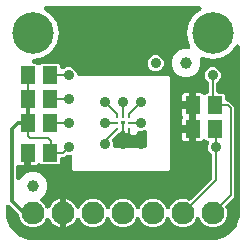
<source format=gbr>
G04 EAGLE Gerber RS-274X export*
G75*
%MOMM*%
%FSLAX34Y34*%
%LPD*%
%INTop Copper*%
%IPPOS*%
%AMOC8*
5,1,8,0,0,1.08239X$1,22.5*%
G01*
%ADD10C,0.250000*%
%ADD11R,1.300000X1.500000*%
%ADD12C,1.930400*%
%ADD13C,3.516000*%
%ADD14C,1.000000*%
%ADD15C,0.304800*%
%ADD16C,0.203200*%
%ADD17C,0.906400*%

G36*
X152466Y-45713D02*
X152466Y-45713D01*
X152559Y-45713D01*
X155818Y-45457D01*
X155890Y-45444D01*
X155963Y-45440D01*
X156128Y-45401D01*
X156214Y-45385D01*
X156245Y-45373D01*
X156286Y-45363D01*
X162483Y-43350D01*
X162623Y-43288D01*
X162766Y-43234D01*
X162813Y-43205D01*
X162852Y-43188D01*
X162922Y-43139D01*
X163050Y-43061D01*
X168322Y-39231D01*
X168436Y-39129D01*
X168555Y-39033D01*
X168591Y-38991D01*
X168622Y-38963D01*
X168674Y-38894D01*
X168771Y-38782D01*
X172601Y-33510D01*
X172678Y-33378D01*
X172762Y-33250D01*
X172783Y-33199D01*
X172804Y-33162D01*
X172832Y-33081D01*
X172890Y-32943D01*
X174903Y-26746D01*
X174919Y-26674D01*
X174944Y-26605D01*
X174971Y-26438D01*
X174989Y-26353D01*
X174990Y-26319D01*
X174997Y-26278D01*
X175253Y-23019D01*
X175252Y-22953D01*
X175259Y-22860D01*
X175259Y117947D01*
X175259Y117954D01*
X175259Y117960D01*
X175238Y118156D01*
X175219Y118348D01*
X175217Y118354D01*
X175217Y118361D01*
X175158Y118546D01*
X175101Y118733D01*
X175098Y118739D01*
X175096Y118745D01*
X175003Y118915D01*
X174909Y119087D01*
X174905Y119092D01*
X174902Y119098D01*
X174776Y119247D01*
X174652Y119396D01*
X174647Y119400D01*
X174642Y119405D01*
X174489Y119527D01*
X174338Y119648D01*
X174332Y119651D01*
X174327Y119656D01*
X174153Y119744D01*
X173981Y119834D01*
X173974Y119836D01*
X173968Y119839D01*
X173782Y119891D01*
X173594Y119945D01*
X173587Y119946D01*
X173581Y119948D01*
X173388Y119962D01*
X173192Y119978D01*
X173186Y119977D01*
X173179Y119978D01*
X172986Y119954D01*
X172793Y119931D01*
X172786Y119929D01*
X172780Y119928D01*
X172595Y119867D01*
X172410Y119806D01*
X172404Y119803D01*
X172398Y119801D01*
X172229Y119704D01*
X172059Y119608D01*
X172054Y119604D01*
X172048Y119601D01*
X171903Y119473D01*
X171755Y119345D01*
X171750Y119340D01*
X171745Y119336D01*
X171539Y119076D01*
X168064Y113876D01*
X160878Y109073D01*
X152400Y107387D01*
X143942Y109069D01*
X143931Y109070D01*
X143920Y109074D01*
X143731Y109090D01*
X143542Y109108D01*
X143530Y109107D01*
X143519Y109108D01*
X143331Y109087D01*
X143141Y109068D01*
X143130Y109064D01*
X143119Y109063D01*
X142939Y109005D01*
X142756Y108949D01*
X142746Y108943D01*
X142736Y108940D01*
X142570Y108847D01*
X142403Y108756D01*
X142394Y108749D01*
X142384Y108743D01*
X142240Y108620D01*
X142094Y108498D01*
X142087Y108489D01*
X142078Y108481D01*
X141961Y108332D01*
X141843Y108183D01*
X141837Y108173D01*
X141830Y108164D01*
X141745Y107995D01*
X141658Y107826D01*
X141655Y107815D01*
X141650Y107805D01*
X141599Y107621D01*
X141547Y107439D01*
X141546Y107427D01*
X141543Y107416D01*
X141530Y107225D01*
X141515Y107037D01*
X141517Y107026D01*
X141516Y107015D01*
X141541Y106826D01*
X141563Y106637D01*
X141567Y106627D01*
X141568Y106615D01*
X141573Y106601D01*
X141573Y101747D01*
X139741Y97324D01*
X136356Y93939D01*
X131933Y92107D01*
X127147Y92107D01*
X122724Y93939D01*
X119339Y97324D01*
X117507Y101747D01*
X117507Y106533D01*
X119339Y110956D01*
X122724Y114341D01*
X127147Y116173D01*
X131400Y116173D01*
X131411Y116174D01*
X131423Y116173D01*
X131612Y116194D01*
X131801Y116213D01*
X131812Y116216D01*
X131823Y116217D01*
X132004Y116275D01*
X132186Y116331D01*
X132196Y116336D01*
X132206Y116339D01*
X132373Y116432D01*
X132540Y116523D01*
X132548Y116530D01*
X132558Y116535D01*
X132704Y116659D01*
X132849Y116780D01*
X132856Y116789D01*
X132865Y116796D01*
X132983Y116946D01*
X133102Y117094D01*
X133107Y117104D01*
X133114Y117113D01*
X133200Y117284D01*
X133287Y117451D01*
X133290Y117462D01*
X133295Y117472D01*
X133346Y117656D01*
X133398Y117838D01*
X133399Y117849D01*
X133402Y117860D01*
X133416Y118050D01*
X133431Y118240D01*
X133430Y118251D01*
X133431Y118262D01*
X133406Y118452D01*
X133384Y118639D01*
X133381Y118650D01*
X133380Y118661D01*
X133319Y118839D01*
X133260Y119022D01*
X133254Y119032D01*
X133250Y119042D01*
X133089Y119333D01*
X131933Y121062D01*
X130247Y129540D01*
X131933Y138018D01*
X136736Y145204D01*
X141936Y148679D01*
X141941Y148683D01*
X141947Y148687D01*
X142094Y148809D01*
X142247Y148935D01*
X142251Y148940D01*
X142256Y148944D01*
X142376Y149094D01*
X142501Y149247D01*
X142504Y149253D01*
X142508Y149258D01*
X142597Y149429D01*
X142689Y149603D01*
X142691Y149610D01*
X142694Y149615D01*
X142747Y149801D01*
X142803Y149989D01*
X142803Y149996D01*
X142805Y150002D01*
X142821Y150196D01*
X142838Y150390D01*
X142838Y150397D01*
X142838Y150404D01*
X142815Y150597D01*
X142794Y150790D01*
X142792Y150797D01*
X142791Y150803D01*
X142730Y150990D01*
X142672Y151174D01*
X142668Y151180D01*
X142666Y151186D01*
X142570Y151358D01*
X142476Y151526D01*
X142472Y151531D01*
X142468Y151537D01*
X142341Y151685D01*
X142215Y151832D01*
X142210Y151836D01*
X142205Y151842D01*
X142052Y151960D01*
X141898Y152081D01*
X141892Y152084D01*
X141887Y152088D01*
X141713Y152175D01*
X141539Y152263D01*
X141533Y152265D01*
X141527Y152268D01*
X141337Y152319D01*
X141151Y152370D01*
X141144Y152370D01*
X141138Y152372D01*
X140807Y152399D01*
X11593Y152399D01*
X11586Y152399D01*
X11580Y152399D01*
X11384Y152378D01*
X11192Y152359D01*
X11186Y152357D01*
X11179Y152357D01*
X10994Y152298D01*
X10807Y152241D01*
X10801Y152238D01*
X10795Y152236D01*
X10625Y152143D01*
X10453Y152049D01*
X10448Y152045D01*
X10442Y152042D01*
X10293Y151916D01*
X10144Y151792D01*
X10140Y151787D01*
X10135Y151782D01*
X10013Y151629D01*
X9892Y151478D01*
X9889Y151472D01*
X9884Y151467D01*
X9796Y151293D01*
X9706Y151121D01*
X9704Y151114D01*
X9701Y151108D01*
X9649Y150922D01*
X9595Y150734D01*
X9594Y150727D01*
X9592Y150721D01*
X9578Y150528D01*
X9562Y150332D01*
X9563Y150326D01*
X9562Y150319D01*
X9586Y150126D01*
X9609Y149933D01*
X9611Y149926D01*
X9612Y149920D01*
X9673Y149735D01*
X9734Y149550D01*
X9737Y149544D01*
X9739Y149538D01*
X9836Y149369D01*
X9932Y149199D01*
X9936Y149194D01*
X9939Y149188D01*
X10067Y149043D01*
X10195Y148895D01*
X10200Y148890D01*
X10204Y148885D01*
X10464Y148679D01*
X15664Y145204D01*
X20467Y138018D01*
X22153Y129540D01*
X20467Y121062D01*
X15664Y113876D01*
X8478Y109073D01*
X750Y107536D01*
X748Y107536D01*
X745Y107535D01*
X558Y107478D01*
X365Y107419D01*
X363Y107418D01*
X360Y107417D01*
X188Y107324D01*
X10Y107228D01*
X8Y107227D01*
X6Y107225D01*
X-148Y107097D01*
X-300Y106971D01*
X-301Y106969D01*
X-303Y106968D01*
X-430Y106810D01*
X-553Y106658D01*
X-554Y106656D01*
X-555Y106654D01*
X-645Y106481D01*
X-739Y106301D01*
X-740Y106298D01*
X-741Y106297D01*
X-795Y106110D01*
X-851Y105914D01*
X-851Y105912D01*
X-852Y105910D01*
X-869Y105707D01*
X-885Y105513D01*
X-885Y105511D01*
X-885Y105508D01*
X-861Y105306D01*
X-839Y105113D01*
X-838Y105111D01*
X-838Y105109D01*
X-775Y104917D01*
X-715Y104730D01*
X-714Y104728D01*
X-713Y104726D01*
X-615Y104552D01*
X-518Y104379D01*
X-516Y104377D01*
X-515Y104375D01*
X-384Y104223D01*
X-255Y104074D01*
X-254Y104072D01*
X-252Y104070D01*
X-95Y103949D01*
X62Y103826D01*
X64Y103825D01*
X66Y103824D01*
X244Y103735D01*
X422Y103646D01*
X424Y103645D01*
X427Y103644D01*
X627Y103590D01*
X811Y103541D01*
X813Y103540D01*
X815Y103540D01*
X1146Y103513D01*
X2922Y103513D01*
X3644Y102791D01*
X3658Y102780D01*
X3669Y102766D01*
X3813Y102652D01*
X3955Y102536D01*
X3971Y102528D01*
X3985Y102517D01*
X4149Y102433D01*
X4311Y102347D01*
X4328Y102342D01*
X4344Y102334D01*
X4521Y102285D01*
X4697Y102233D01*
X4715Y102231D01*
X4732Y102226D01*
X4915Y102213D01*
X5098Y102196D01*
X5116Y102198D01*
X5133Y102197D01*
X5315Y102220D01*
X5498Y102240D01*
X5515Y102245D01*
X5533Y102247D01*
X5707Y102306D01*
X5882Y102361D01*
X5898Y102370D01*
X5914Y102375D01*
X6073Y102467D01*
X6234Y102556D01*
X6248Y102567D01*
X6263Y102576D01*
X6516Y102791D01*
X7238Y103513D01*
X21922Y103513D01*
X23113Y102322D01*
X23113Y100801D01*
X23114Y100792D01*
X23113Y100783D01*
X23134Y100592D01*
X23153Y100400D01*
X23155Y100391D01*
X23156Y100382D01*
X23214Y100199D01*
X23271Y100015D01*
X23275Y100007D01*
X23278Y99999D01*
X23371Y99830D01*
X23463Y99661D01*
X23468Y99654D01*
X23473Y99646D01*
X23598Y99499D01*
X23720Y99352D01*
X23727Y99346D01*
X23733Y99339D01*
X23884Y99220D01*
X24034Y99099D01*
X24042Y99095D01*
X24049Y99090D01*
X24222Y99002D01*
X24391Y98914D01*
X24400Y98911D01*
X24408Y98907D01*
X24594Y98855D01*
X24778Y98802D01*
X24787Y98802D01*
X24796Y98799D01*
X24988Y98785D01*
X25180Y98770D01*
X25188Y98771D01*
X25197Y98770D01*
X25389Y98794D01*
X25579Y98816D01*
X25588Y98819D01*
X25597Y98820D01*
X25778Y98881D01*
X25962Y98941D01*
X25970Y98946D01*
X25978Y98949D01*
X26144Y99044D01*
X26313Y99139D01*
X26320Y99145D01*
X26327Y99150D01*
X26580Y99364D01*
X26761Y99545D01*
X29174Y100545D01*
X31786Y100545D01*
X34199Y99545D01*
X36045Y97699D01*
X37073Y95217D01*
X37085Y95103D01*
X37090Y95086D01*
X37092Y95069D01*
X37149Y94894D01*
X37203Y94718D01*
X37211Y94703D01*
X37217Y94686D01*
X37307Y94526D01*
X37395Y94364D01*
X37406Y94351D01*
X37415Y94335D01*
X37535Y94196D01*
X37652Y94055D01*
X37666Y94044D01*
X37678Y94030D01*
X37823Y93918D01*
X37966Y93803D01*
X37982Y93795D01*
X37996Y93784D01*
X38161Y93702D01*
X38323Y93617D01*
X38340Y93612D01*
X38356Y93604D01*
X38535Y93557D01*
X38710Y93506D01*
X38728Y93504D01*
X38745Y93500D01*
X39076Y93473D01*
X115142Y93473D01*
X116333Y92282D01*
X116333Y14398D01*
X115142Y13207D01*
X34718Y13207D01*
X33527Y14398D01*
X33527Y24424D01*
X33525Y24442D01*
X33527Y24460D01*
X33506Y24642D01*
X33487Y24825D01*
X33482Y24842D01*
X33480Y24859D01*
X33423Y25034D01*
X33369Y25210D01*
X33361Y25225D01*
X33355Y25242D01*
X33265Y25402D01*
X33177Y25564D01*
X33166Y25577D01*
X33157Y25593D01*
X33037Y25732D01*
X32920Y25873D01*
X32906Y25884D01*
X32894Y25898D01*
X32749Y26010D01*
X32606Y26125D01*
X32590Y26133D01*
X32576Y26144D01*
X32411Y26226D01*
X32249Y26311D01*
X32232Y26316D01*
X32216Y26324D01*
X32037Y26371D01*
X31862Y26422D01*
X31844Y26424D01*
X31827Y26428D01*
X31496Y26455D01*
X29068Y26455D01*
X29042Y26453D01*
X29015Y26455D01*
X28841Y26433D01*
X28668Y26415D01*
X28642Y26408D01*
X28615Y26404D01*
X28450Y26349D01*
X28283Y26297D01*
X28259Y26284D01*
X28234Y26276D01*
X28082Y26189D01*
X27929Y26105D01*
X27908Y26088D01*
X27885Y26075D01*
X27632Y25860D01*
X26663Y24891D01*
X25144Y24891D01*
X25126Y24889D01*
X25108Y24891D01*
X24926Y24870D01*
X24743Y24851D01*
X24726Y24846D01*
X24709Y24844D01*
X24534Y24787D01*
X24358Y24733D01*
X24343Y24725D01*
X24326Y24719D01*
X24166Y24629D01*
X24004Y24541D01*
X23991Y24530D01*
X23975Y24521D01*
X23836Y24401D01*
X23695Y24284D01*
X23684Y24270D01*
X23670Y24258D01*
X23558Y24113D01*
X23443Y23970D01*
X23435Y23954D01*
X23424Y23940D01*
X23342Y23775D01*
X23257Y23613D01*
X23252Y23596D01*
X23244Y23580D01*
X23197Y23401D01*
X23146Y23226D01*
X23144Y23208D01*
X23140Y23191D01*
X23113Y22860D01*
X23113Y19598D01*
X21922Y18407D01*
X7238Y18407D01*
X6876Y18770D01*
X6862Y18781D01*
X6850Y18795D01*
X6706Y18908D01*
X6564Y19025D01*
X6548Y19033D01*
X6534Y19044D01*
X6371Y19127D01*
X6208Y19213D01*
X6191Y19219D01*
X6175Y19227D01*
X5998Y19276D01*
X5822Y19328D01*
X5805Y19330D01*
X5787Y19335D01*
X5604Y19348D01*
X5421Y19365D01*
X5404Y19363D01*
X5386Y19364D01*
X5204Y19341D01*
X5021Y19321D01*
X5004Y19316D01*
X4986Y19314D01*
X4812Y19255D01*
X4637Y19200D01*
X4622Y19191D01*
X4605Y19185D01*
X4446Y19094D01*
X4285Y19005D01*
X4271Y18993D01*
X4256Y18984D01*
X4003Y18770D01*
X3640Y18407D01*
X3061Y18072D01*
X2415Y17899D01*
X-1171Y17899D01*
X-1171Y26722D01*
X-1172Y26740D01*
X-1171Y26757D01*
X-1192Y26940D01*
X-1211Y27122D01*
X-1216Y27139D01*
X-1218Y27157D01*
X-1275Y27332D01*
X-1329Y27507D01*
X-1337Y27523D01*
X-1343Y27540D01*
X-1433Y27700D01*
X-1520Y27861D01*
X-1532Y27875D01*
X-1541Y27891D01*
X-1661Y28030D01*
X-1778Y28171D01*
X-1792Y28182D01*
X-1804Y28195D01*
X-1949Y28308D01*
X-2092Y28423D01*
X-2108Y28431D01*
X-2122Y28442D01*
X-2287Y28524D01*
X-2449Y28608D01*
X-2466Y28613D01*
X-2482Y28621D01*
X-2661Y28669D01*
X-2836Y28720D01*
X-2854Y28721D01*
X-2871Y28726D01*
X-3202Y28753D01*
X-5638Y28753D01*
X-5656Y28751D01*
X-5674Y28753D01*
X-5856Y28731D01*
X-6039Y28713D01*
X-6056Y28708D01*
X-6073Y28706D01*
X-6248Y28649D01*
X-6424Y28595D01*
X-6439Y28587D01*
X-6456Y28581D01*
X-6616Y28491D01*
X-6778Y28403D01*
X-6791Y28392D01*
X-6807Y28383D01*
X-6946Y28263D01*
X-7087Y28145D01*
X-7098Y28132D01*
X-7112Y28120D01*
X-7224Y27975D01*
X-7339Y27832D01*
X-7347Y27816D01*
X-7358Y27802D01*
X-7440Y27637D01*
X-7525Y27474D01*
X-7530Y27457D01*
X-7538Y27441D01*
X-7585Y27263D01*
X-7636Y27088D01*
X-7638Y27070D01*
X-7642Y27053D01*
X-7669Y26722D01*
X-7669Y17899D01*
X-11254Y17899D01*
X-11666Y18010D01*
X-11747Y18023D01*
X-11826Y18046D01*
X-11946Y18055D01*
X-12064Y18075D01*
X-12146Y18072D01*
X-12228Y18079D01*
X-12346Y18065D01*
X-12466Y18060D01*
X-12546Y18041D01*
X-12627Y18032D01*
X-12741Y17994D01*
X-12858Y17967D01*
X-12932Y17932D01*
X-13010Y17907D01*
X-13114Y17848D01*
X-13223Y17798D01*
X-13289Y17749D01*
X-13361Y17709D01*
X-13451Y17631D01*
X-13548Y17560D01*
X-13603Y17499D01*
X-13666Y17446D01*
X-13739Y17351D01*
X-13820Y17263D01*
X-13862Y17192D01*
X-13912Y17128D01*
X-13966Y17021D01*
X-14027Y16918D01*
X-14055Y16841D01*
X-14092Y16767D01*
X-14123Y16652D01*
X-14163Y16539D01*
X-14175Y16458D01*
X-14196Y16378D01*
X-14209Y16226D01*
X-14221Y16141D01*
X-14219Y16100D01*
X-14223Y16048D01*
X-14223Y7317D01*
X-14223Y7312D01*
X-14223Y7308D01*
X-14203Y7113D01*
X-14183Y6916D01*
X-14182Y6912D01*
X-14182Y6907D01*
X-14123Y6720D01*
X-14065Y6531D01*
X-14063Y6527D01*
X-14062Y6523D01*
X-13968Y6351D01*
X-13873Y6177D01*
X-13871Y6174D01*
X-13868Y6170D01*
X-13742Y6019D01*
X-13616Y5868D01*
X-13612Y5865D01*
X-13609Y5862D01*
X-13454Y5738D01*
X-13302Y5616D01*
X-13298Y5614D01*
X-13294Y5611D01*
X-13117Y5520D01*
X-12945Y5430D01*
X-12940Y5429D01*
X-12936Y5427D01*
X-12744Y5372D01*
X-12558Y5319D01*
X-12553Y5318D01*
X-12549Y5317D01*
X-12353Y5302D01*
X-12156Y5286D01*
X-12152Y5286D01*
X-12148Y5286D01*
X-11953Y5310D01*
X-11757Y5333D01*
X-11752Y5334D01*
X-11748Y5335D01*
X-11562Y5396D01*
X-11374Y5458D01*
X-11370Y5460D01*
X-11366Y5461D01*
X-11197Y5558D01*
X-11023Y5655D01*
X-11020Y5658D01*
X-11016Y5661D01*
X-10867Y5790D01*
X-10719Y5919D01*
X-10716Y5922D01*
X-10712Y5925D01*
X-10591Y6083D01*
X-10472Y6237D01*
X-10470Y6241D01*
X-10467Y6244D01*
X-10315Y6539D01*
X-10201Y6816D01*
X-6816Y10201D01*
X-2393Y12033D01*
X2393Y12033D01*
X6816Y10201D01*
X10201Y6816D01*
X12033Y2393D01*
X12033Y-2393D01*
X10201Y-6816D01*
X6777Y-10240D01*
X6766Y-10254D01*
X6752Y-10265D01*
X6638Y-10409D01*
X6522Y-10551D01*
X6514Y-10567D01*
X6503Y-10581D01*
X6419Y-10745D01*
X6333Y-10907D01*
X6328Y-10924D01*
X6320Y-10940D01*
X6271Y-11117D01*
X6219Y-11293D01*
X6217Y-11311D01*
X6212Y-11328D01*
X6199Y-11512D01*
X6182Y-11694D01*
X6184Y-11712D01*
X6183Y-11729D01*
X6206Y-11911D01*
X6226Y-12094D01*
X6231Y-12111D01*
X6233Y-12129D01*
X6292Y-12302D01*
X6347Y-12478D01*
X6356Y-12494D01*
X6361Y-12510D01*
X6453Y-12670D01*
X6542Y-12830D01*
X6553Y-12844D01*
X6562Y-12859D01*
X6777Y-13112D01*
X9906Y-16241D01*
X10544Y-17781D01*
X10605Y-17896D01*
X10659Y-18015D01*
X10700Y-18073D01*
X10734Y-18136D01*
X10817Y-18236D01*
X10893Y-18343D01*
X10945Y-18391D01*
X10990Y-18446D01*
X11092Y-18528D01*
X11187Y-18618D01*
X11248Y-18655D01*
X11303Y-18700D01*
X11419Y-18760D01*
X11530Y-18829D01*
X11596Y-18854D01*
X11659Y-18887D01*
X11785Y-18923D01*
X11907Y-18969D01*
X11978Y-18980D01*
X12046Y-19000D01*
X12176Y-19011D01*
X12305Y-19031D01*
X12376Y-19028D01*
X12447Y-19034D01*
X12576Y-19020D01*
X12707Y-19014D01*
X12776Y-18997D01*
X12847Y-18989D01*
X12971Y-18949D01*
X13098Y-18918D01*
X13163Y-18888D01*
X13230Y-18866D01*
X13344Y-18802D01*
X13463Y-18747D01*
X13520Y-18704D01*
X13582Y-18670D01*
X13681Y-18585D01*
X13786Y-18507D01*
X13834Y-18454D01*
X13888Y-18408D01*
X13968Y-18305D01*
X14056Y-18208D01*
X14099Y-18138D01*
X14136Y-18091D01*
X14170Y-18023D01*
X14230Y-17925D01*
X14972Y-16470D01*
X16100Y-14917D01*
X17457Y-13560D01*
X19010Y-12432D01*
X20720Y-11561D01*
X22545Y-10968D01*
X22901Y-10911D01*
X22901Y-22392D01*
X22902Y-22410D01*
X22901Y-22427D01*
X22922Y-22610D01*
X22941Y-22792D01*
X22946Y-22809D01*
X22948Y-22827D01*
X22961Y-22868D01*
X22934Y-22962D01*
X22932Y-22980D01*
X22928Y-22997D01*
X22901Y-23328D01*
X22901Y-34809D01*
X22545Y-34752D01*
X20720Y-34159D01*
X19010Y-33288D01*
X17457Y-32160D01*
X16100Y-30803D01*
X14972Y-29250D01*
X14230Y-27795D01*
X14159Y-27684D01*
X14097Y-27570D01*
X14051Y-27515D01*
X14013Y-27456D01*
X13922Y-27362D01*
X13837Y-27262D01*
X13782Y-27217D01*
X13733Y-27166D01*
X13625Y-27092D01*
X13523Y-27011D01*
X13460Y-26978D01*
X13401Y-26938D01*
X13281Y-26886D01*
X13165Y-26827D01*
X13096Y-26807D01*
X13031Y-26779D01*
X12903Y-26753D01*
X12777Y-26717D01*
X12706Y-26712D01*
X12637Y-26697D01*
X12506Y-26696D01*
X12376Y-26686D01*
X12305Y-26694D01*
X12234Y-26694D01*
X12106Y-26719D01*
X11976Y-26735D01*
X11909Y-26757D01*
X11839Y-26770D01*
X11718Y-26820D01*
X11594Y-26861D01*
X11532Y-26896D01*
X11467Y-26923D01*
X11358Y-26996D01*
X11244Y-27060D01*
X11190Y-27107D01*
X11132Y-27147D01*
X11039Y-27239D01*
X10941Y-27325D01*
X10897Y-27381D01*
X10847Y-27432D01*
X10775Y-27541D01*
X10695Y-27644D01*
X10658Y-27717D01*
X10625Y-27767D01*
X10596Y-27838D01*
X10544Y-27939D01*
X9906Y-29479D01*
X6619Y-32766D01*
X4388Y-33690D01*
X2324Y-34545D01*
X-2324Y-34545D01*
X-6619Y-32766D01*
X-9906Y-29479D01*
X-11685Y-25184D01*
X-11685Y-24667D01*
X-11687Y-24640D01*
X-11685Y-24613D01*
X-11707Y-24439D01*
X-11725Y-24266D01*
X-11732Y-24240D01*
X-11736Y-24214D01*
X-11792Y-24048D01*
X-11843Y-23881D01*
X-11856Y-23857D01*
X-11864Y-23832D01*
X-11951Y-23681D01*
X-12035Y-23527D01*
X-12052Y-23507D01*
X-12065Y-23483D01*
X-12280Y-23230D01*
X-18658Y-16852D01*
X-19392Y-16118D01*
X-19399Y-16113D01*
X-19404Y-16106D01*
X-19553Y-15986D01*
X-19703Y-15863D01*
X-19711Y-15859D01*
X-19718Y-15853D01*
X-19887Y-15766D01*
X-20059Y-15675D01*
X-20068Y-15672D01*
X-20075Y-15668D01*
X-20259Y-15615D01*
X-20445Y-15560D01*
X-20454Y-15559D01*
X-20462Y-15557D01*
X-20653Y-15541D01*
X-20846Y-15523D01*
X-20855Y-15524D01*
X-20864Y-15524D01*
X-21053Y-15546D01*
X-21246Y-15567D01*
X-21255Y-15570D01*
X-21263Y-15571D01*
X-21446Y-15630D01*
X-21630Y-15688D01*
X-21638Y-15693D01*
X-21646Y-15695D01*
X-21815Y-15790D01*
X-21982Y-15883D01*
X-21989Y-15889D01*
X-21997Y-15893D01*
X-22144Y-16020D01*
X-22289Y-16144D01*
X-22295Y-16151D01*
X-22302Y-16156D01*
X-22419Y-16308D01*
X-22539Y-16460D01*
X-22543Y-16467D01*
X-22548Y-16475D01*
X-22635Y-16648D01*
X-22721Y-16818D01*
X-22724Y-16827D01*
X-22728Y-16835D01*
X-22778Y-17023D01*
X-22829Y-17206D01*
X-22830Y-17215D01*
X-22832Y-17224D01*
X-22859Y-17555D01*
X-22859Y-22860D01*
X-22853Y-22926D01*
X-22853Y-23019D01*
X-22597Y-26278D01*
X-22584Y-26350D01*
X-22580Y-26423D01*
X-22541Y-26588D01*
X-22525Y-26674D01*
X-22513Y-26705D01*
X-22503Y-26746D01*
X-20490Y-32943D01*
X-20428Y-33083D01*
X-20374Y-33226D01*
X-20345Y-33273D01*
X-20328Y-33312D01*
X-20279Y-33382D01*
X-20201Y-33510D01*
X-16371Y-38782D01*
X-16269Y-38896D01*
X-16173Y-39015D01*
X-16132Y-39050D01*
X-16117Y-39068D01*
X-16115Y-39069D01*
X-16103Y-39082D01*
X-16034Y-39134D01*
X-15922Y-39231D01*
X-10650Y-43061D01*
X-10606Y-43087D01*
X-10566Y-43119D01*
X-10475Y-43166D01*
X-10390Y-43222D01*
X-10338Y-43243D01*
X-10302Y-43264D01*
X-10254Y-43281D01*
X-10208Y-43305D01*
X-10154Y-43320D01*
X-10083Y-43350D01*
X-3886Y-45363D01*
X-3814Y-45379D01*
X-3745Y-45404D01*
X-3578Y-45431D01*
X-3493Y-45449D01*
X-3459Y-45450D01*
X-3418Y-45457D01*
X-159Y-45713D01*
X-93Y-45712D01*
X0Y-45719D01*
X152400Y-45719D01*
X152466Y-45713D01*
G37*
%LPC*%
G36*
X27899Y-23328D02*
X27899Y-23328D01*
X27897Y-23310D01*
X27899Y-23293D01*
X27878Y-23111D01*
X27859Y-22928D01*
X27854Y-22911D01*
X27852Y-22893D01*
X27839Y-22852D01*
X27866Y-22758D01*
X27868Y-22740D01*
X27872Y-22723D01*
X27899Y-22392D01*
X27899Y-10911D01*
X28255Y-10968D01*
X30080Y-11561D01*
X31790Y-12432D01*
X33343Y-13560D01*
X34700Y-14917D01*
X35828Y-16470D01*
X36570Y-17925D01*
X36641Y-18036D01*
X36703Y-18150D01*
X36749Y-18205D01*
X36787Y-18264D01*
X36878Y-18358D01*
X36963Y-18458D01*
X37018Y-18503D01*
X37067Y-18554D01*
X37175Y-18628D01*
X37277Y-18709D01*
X37340Y-18742D01*
X37399Y-18782D01*
X37519Y-18834D01*
X37635Y-18893D01*
X37704Y-18913D01*
X37769Y-18941D01*
X37897Y-18967D01*
X38023Y-19003D01*
X38094Y-19008D01*
X38163Y-19023D01*
X38294Y-19024D01*
X38424Y-19034D01*
X38495Y-19026D01*
X38566Y-19026D01*
X38694Y-19001D01*
X38824Y-18985D01*
X38891Y-18963D01*
X38961Y-18950D01*
X39082Y-18900D01*
X39206Y-18859D01*
X39268Y-18824D01*
X39333Y-18797D01*
X39442Y-18724D01*
X39556Y-18660D01*
X39610Y-18613D01*
X39668Y-18573D01*
X39761Y-18481D01*
X39859Y-18395D01*
X39903Y-18339D01*
X39953Y-18288D01*
X40025Y-18179D01*
X40105Y-18076D01*
X40142Y-18003D01*
X40175Y-17953D01*
X40204Y-17882D01*
X40256Y-17781D01*
X40894Y-16241D01*
X44181Y-12954D01*
X48476Y-11175D01*
X53124Y-11175D01*
X57419Y-12954D01*
X60706Y-16241D01*
X61623Y-18456D01*
X61628Y-18464D01*
X61630Y-18473D01*
X61722Y-18640D01*
X61814Y-18811D01*
X61819Y-18818D01*
X61824Y-18826D01*
X61947Y-18973D01*
X62070Y-19122D01*
X62077Y-19127D01*
X62083Y-19134D01*
X62233Y-19254D01*
X62383Y-19375D01*
X62391Y-19379D01*
X62397Y-19385D01*
X62568Y-19473D01*
X62739Y-19562D01*
X62748Y-19565D01*
X62756Y-19569D01*
X62939Y-19621D01*
X63125Y-19675D01*
X63135Y-19676D01*
X63143Y-19679D01*
X63334Y-19693D01*
X63527Y-19710D01*
X63536Y-19709D01*
X63544Y-19710D01*
X63734Y-19687D01*
X63927Y-19665D01*
X63935Y-19662D01*
X63944Y-19661D01*
X64126Y-19601D01*
X64310Y-19542D01*
X64318Y-19537D01*
X64326Y-19535D01*
X64494Y-19439D01*
X64661Y-19345D01*
X64668Y-19340D01*
X64676Y-19335D01*
X64821Y-19209D01*
X64967Y-19084D01*
X64973Y-19076D01*
X64980Y-19071D01*
X65097Y-18918D01*
X65216Y-18767D01*
X65220Y-18758D01*
X65225Y-18751D01*
X65377Y-18456D01*
X66294Y-16241D01*
X69581Y-12954D01*
X73876Y-11175D01*
X78524Y-11175D01*
X82819Y-12954D01*
X86106Y-16241D01*
X87023Y-18456D01*
X87028Y-18464D01*
X87030Y-18473D01*
X87122Y-18640D01*
X87214Y-18811D01*
X87219Y-18818D01*
X87224Y-18826D01*
X87347Y-18973D01*
X87470Y-19122D01*
X87477Y-19127D01*
X87483Y-19134D01*
X87633Y-19254D01*
X87783Y-19375D01*
X87791Y-19379D01*
X87797Y-19385D01*
X87968Y-19473D01*
X88139Y-19562D01*
X88148Y-19565D01*
X88156Y-19569D01*
X88339Y-19621D01*
X88525Y-19675D01*
X88535Y-19676D01*
X88543Y-19679D01*
X88734Y-19693D01*
X88927Y-19710D01*
X88936Y-19709D01*
X88944Y-19710D01*
X89134Y-19687D01*
X89327Y-19665D01*
X89335Y-19662D01*
X89344Y-19661D01*
X89526Y-19601D01*
X89710Y-19542D01*
X89718Y-19537D01*
X89726Y-19535D01*
X89894Y-19439D01*
X90061Y-19345D01*
X90068Y-19340D01*
X90076Y-19335D01*
X90221Y-19209D01*
X90367Y-19084D01*
X90373Y-19076D01*
X90380Y-19071D01*
X90497Y-18918D01*
X90616Y-18767D01*
X90620Y-18758D01*
X90625Y-18751D01*
X90777Y-18456D01*
X91694Y-16241D01*
X94981Y-12954D01*
X99276Y-11175D01*
X103924Y-11175D01*
X108219Y-12954D01*
X111506Y-16241D01*
X112423Y-18456D01*
X112428Y-18464D01*
X112430Y-18473D01*
X112522Y-18640D01*
X112614Y-18811D01*
X112619Y-18818D01*
X112624Y-18826D01*
X112747Y-18973D01*
X112870Y-19122D01*
X112877Y-19127D01*
X112883Y-19134D01*
X113033Y-19254D01*
X113183Y-19375D01*
X113191Y-19379D01*
X113197Y-19385D01*
X113368Y-19473D01*
X113539Y-19562D01*
X113548Y-19565D01*
X113556Y-19569D01*
X113739Y-19621D01*
X113925Y-19675D01*
X113935Y-19676D01*
X113943Y-19679D01*
X114134Y-19693D01*
X114327Y-19710D01*
X114336Y-19709D01*
X114344Y-19710D01*
X114534Y-19687D01*
X114727Y-19665D01*
X114735Y-19662D01*
X114744Y-19661D01*
X114926Y-19601D01*
X115110Y-19542D01*
X115118Y-19537D01*
X115126Y-19535D01*
X115294Y-19439D01*
X115461Y-19345D01*
X115468Y-19340D01*
X115476Y-19335D01*
X115621Y-19209D01*
X115767Y-19084D01*
X115773Y-19076D01*
X115780Y-19071D01*
X115897Y-18918D01*
X116016Y-18767D01*
X116020Y-18758D01*
X116025Y-18751D01*
X116177Y-18456D01*
X117094Y-16241D01*
X120381Y-12954D01*
X124676Y-11175D01*
X129324Y-11175D01*
X131640Y-12135D01*
X131662Y-12141D01*
X131682Y-12151D01*
X131854Y-12199D01*
X132026Y-12251D01*
X132048Y-12253D01*
X132070Y-12259D01*
X132249Y-12272D01*
X132427Y-12289D01*
X132449Y-12287D01*
X132471Y-12289D01*
X132649Y-12266D01*
X132827Y-12248D01*
X132848Y-12241D01*
X132871Y-12238D01*
X133040Y-12181D01*
X133211Y-12128D01*
X133231Y-12117D01*
X133252Y-12110D01*
X133407Y-12021D01*
X133565Y-11935D01*
X133582Y-11920D01*
X133601Y-11909D01*
X133854Y-11694D01*
X151296Y5748D01*
X151313Y5769D01*
X151334Y5786D01*
X151441Y5924D01*
X151551Y6059D01*
X151564Y6083D01*
X151580Y6104D01*
X151658Y6261D01*
X151740Y6415D01*
X151748Y6441D01*
X151760Y6465D01*
X151805Y6634D01*
X151855Y6801D01*
X151857Y6828D01*
X151864Y6853D01*
X151891Y7184D01*
X151891Y25943D01*
X151889Y25970D01*
X151891Y25997D01*
X151869Y26171D01*
X151851Y26344D01*
X151844Y26370D01*
X151840Y26396D01*
X151785Y26562D01*
X151733Y26729D01*
X151720Y26753D01*
X151712Y26778D01*
X151625Y26930D01*
X151541Y27083D01*
X151524Y27103D01*
X151511Y27127D01*
X151296Y27380D01*
X149375Y29301D01*
X148375Y31714D01*
X148375Y34326D01*
X149035Y35919D01*
X149039Y35932D01*
X149045Y35943D01*
X149097Y36124D01*
X149152Y36304D01*
X149153Y36317D01*
X149157Y36330D01*
X149172Y36519D01*
X149190Y36705D01*
X149188Y36718D01*
X149189Y36732D01*
X149168Y36918D01*
X149148Y37105D01*
X149144Y37118D01*
X149142Y37131D01*
X149084Y37309D01*
X149028Y37490D01*
X149022Y37501D01*
X149018Y37514D01*
X148925Y37678D01*
X148835Y37843D01*
X148826Y37853D01*
X148820Y37865D01*
X148697Y38007D01*
X148576Y38151D01*
X148565Y38159D01*
X148557Y38170D01*
X148409Y38284D01*
X148261Y38402D01*
X148249Y38408D01*
X148238Y38416D01*
X148070Y38500D01*
X147903Y38586D01*
X147890Y38590D01*
X147878Y38596D01*
X147695Y38645D01*
X147515Y38696D01*
X147502Y38697D01*
X147489Y38700D01*
X147158Y38727D01*
X146938Y38727D01*
X146576Y39090D01*
X146562Y39101D01*
X146550Y39115D01*
X146406Y39228D01*
X146264Y39345D01*
X146248Y39353D01*
X146234Y39364D01*
X146069Y39448D01*
X145908Y39533D01*
X145891Y39539D01*
X145875Y39547D01*
X145698Y39596D01*
X145522Y39648D01*
X145505Y39650D01*
X145487Y39655D01*
X145304Y39668D01*
X145121Y39685D01*
X145104Y39683D01*
X145086Y39684D01*
X144904Y39661D01*
X144721Y39641D01*
X144704Y39636D01*
X144686Y39634D01*
X144513Y39575D01*
X144337Y39520D01*
X144322Y39511D01*
X144305Y39505D01*
X144145Y39413D01*
X143985Y39325D01*
X143971Y39313D01*
X143956Y39304D01*
X143703Y39090D01*
X143340Y38727D01*
X142761Y38392D01*
X142115Y38219D01*
X138529Y38219D01*
X138529Y47042D01*
X138527Y47060D01*
X138529Y47077D01*
X138508Y47260D01*
X138489Y47442D01*
X138484Y47459D01*
X138482Y47477D01*
X138425Y47652D01*
X138371Y47827D01*
X138363Y47843D01*
X138357Y47860D01*
X138267Y48020D01*
X138179Y48181D01*
X138168Y48195D01*
X138159Y48211D01*
X138114Y48263D01*
X138199Y48368D01*
X138207Y48384D01*
X138218Y48398D01*
X138300Y48563D01*
X138385Y48726D01*
X138390Y48743D01*
X138398Y48759D01*
X138445Y48937D01*
X138496Y49112D01*
X138498Y49130D01*
X138502Y49147D01*
X138529Y49478D01*
X138529Y67362D01*
X138527Y67380D01*
X138529Y67397D01*
X138508Y67580D01*
X138489Y67762D01*
X138484Y67779D01*
X138482Y67797D01*
X138425Y67972D01*
X138371Y68147D01*
X138363Y68163D01*
X138357Y68180D01*
X138267Y68340D01*
X138179Y68501D01*
X138168Y68515D01*
X138159Y68531D01*
X138114Y68583D01*
X138199Y68688D01*
X138207Y68704D01*
X138218Y68718D01*
X138300Y68883D01*
X138385Y69046D01*
X138390Y69063D01*
X138398Y69079D01*
X138445Y69257D01*
X138496Y69432D01*
X138498Y69450D01*
X138502Y69467D01*
X138529Y69798D01*
X138529Y78621D01*
X142115Y78621D01*
X142761Y78448D01*
X143340Y78113D01*
X143703Y77750D01*
X143717Y77739D01*
X143728Y77725D01*
X143873Y77611D01*
X144014Y77495D01*
X144030Y77487D01*
X144044Y77476D01*
X144208Y77392D01*
X144370Y77307D01*
X144387Y77301D01*
X144403Y77293D01*
X144580Y77244D01*
X144756Y77192D01*
X144774Y77190D01*
X144791Y77185D01*
X144974Y77172D01*
X145157Y77155D01*
X145175Y77157D01*
X145193Y77156D01*
X145375Y77179D01*
X145557Y77199D01*
X145574Y77204D01*
X145592Y77206D01*
X145766Y77265D01*
X145941Y77320D01*
X145957Y77329D01*
X145974Y77335D01*
X146133Y77426D01*
X146293Y77515D01*
X146307Y77527D01*
X146323Y77536D01*
X146576Y77750D01*
X146938Y78113D01*
X147320Y78113D01*
X147338Y78115D01*
X147356Y78113D01*
X147538Y78134D01*
X147721Y78153D01*
X147738Y78158D01*
X147755Y78160D01*
X147930Y78217D01*
X148106Y78271D01*
X148121Y78279D01*
X148138Y78285D01*
X148298Y78375D01*
X148460Y78463D01*
X148473Y78474D01*
X148489Y78483D01*
X148628Y78603D01*
X148769Y78720D01*
X148780Y78734D01*
X148794Y78746D01*
X148906Y78891D01*
X149021Y79034D01*
X149029Y79050D01*
X149040Y79064D01*
X149122Y79229D01*
X149207Y79391D01*
X149212Y79408D01*
X149220Y79424D01*
X149267Y79603D01*
X149318Y79778D01*
X149320Y79796D01*
X149324Y79813D01*
X149351Y80144D01*
X149351Y86903D01*
X149349Y86930D01*
X149351Y86957D01*
X149329Y87131D01*
X149311Y87304D01*
X149304Y87330D01*
X149300Y87356D01*
X149245Y87522D01*
X149193Y87689D01*
X149180Y87713D01*
X149172Y87738D01*
X149085Y87890D01*
X149001Y88043D01*
X148984Y88063D01*
X148971Y88087D01*
X148756Y88340D01*
X146835Y90261D01*
X145835Y92674D01*
X145835Y95286D01*
X146835Y97699D01*
X148681Y99545D01*
X151094Y100545D01*
X153706Y100545D01*
X156119Y99545D01*
X157965Y97699D01*
X158965Y95286D01*
X158965Y92674D01*
X157965Y90261D01*
X156044Y88340D01*
X156027Y88319D01*
X156006Y88302D01*
X155899Y88164D01*
X155789Y88028D01*
X155776Y88005D01*
X155760Y87983D01*
X155682Y87827D01*
X155600Y87673D01*
X155592Y87647D01*
X155580Y87623D01*
X155535Y87454D01*
X155485Y87287D01*
X155483Y87260D01*
X155476Y87234D01*
X155449Y86903D01*
X155449Y80144D01*
X155451Y80126D01*
X155449Y80108D01*
X155470Y79926D01*
X155489Y79743D01*
X155494Y79726D01*
X155496Y79709D01*
X155553Y79534D01*
X155607Y79358D01*
X155615Y79343D01*
X155621Y79326D01*
X155711Y79166D01*
X155799Y79004D01*
X155810Y78991D01*
X155819Y78975D01*
X155939Y78836D01*
X156056Y78695D01*
X156070Y78684D01*
X156082Y78670D01*
X156227Y78558D01*
X156370Y78443D01*
X156386Y78435D01*
X156400Y78424D01*
X156565Y78342D01*
X156727Y78257D01*
X156744Y78252D01*
X156760Y78244D01*
X156939Y78197D01*
X157114Y78146D01*
X157132Y78144D01*
X157149Y78140D01*
X157480Y78113D01*
X161622Y78113D01*
X162813Y76922D01*
X162813Y73660D01*
X162815Y73642D01*
X162813Y73624D01*
X162834Y73442D01*
X162853Y73259D01*
X162858Y73242D01*
X162860Y73225D01*
X162917Y73050D01*
X162971Y72874D01*
X162979Y72859D01*
X162985Y72842D01*
X163075Y72682D01*
X163163Y72520D01*
X163174Y72507D01*
X163183Y72491D01*
X163303Y72352D01*
X163420Y72211D01*
X163434Y72200D01*
X163446Y72186D01*
X163591Y72074D01*
X163734Y71959D01*
X163750Y71951D01*
X163764Y71940D01*
X163929Y71858D01*
X164091Y71773D01*
X164108Y71768D01*
X164124Y71760D01*
X164303Y71713D01*
X164478Y71662D01*
X164496Y71660D01*
X164513Y71656D01*
X164844Y71629D01*
X166363Y71629D01*
X170689Y67303D01*
X170689Y-8883D01*
X168308Y-11264D01*
X163566Y-16006D01*
X163552Y-16023D01*
X163535Y-16038D01*
X163424Y-16179D01*
X163311Y-16317D01*
X163300Y-16337D01*
X163286Y-16355D01*
X163206Y-16515D01*
X163122Y-16673D01*
X163116Y-16694D01*
X163106Y-16714D01*
X163058Y-16887D01*
X163007Y-17059D01*
X163005Y-17081D01*
X162999Y-17103D01*
X162987Y-17282D01*
X162971Y-17460D01*
X162973Y-17482D01*
X162972Y-17504D01*
X162995Y-17682D01*
X163014Y-17860D01*
X163021Y-17882D01*
X163024Y-17904D01*
X163125Y-18220D01*
X164085Y-20536D01*
X164085Y-25184D01*
X162306Y-29479D01*
X159019Y-32766D01*
X156788Y-33690D01*
X154724Y-34545D01*
X150076Y-34545D01*
X145781Y-32766D01*
X142494Y-29479D01*
X141577Y-27264D01*
X141572Y-27256D01*
X141570Y-27247D01*
X141477Y-27078D01*
X141386Y-26909D01*
X141381Y-26902D01*
X141376Y-26894D01*
X141253Y-26747D01*
X141130Y-26598D01*
X141123Y-26593D01*
X141117Y-26586D01*
X140966Y-26465D01*
X140817Y-26345D01*
X140810Y-26341D01*
X140802Y-26335D01*
X140629Y-26246D01*
X140461Y-26158D01*
X140452Y-26155D01*
X140444Y-26151D01*
X140258Y-26098D01*
X140074Y-26045D01*
X140065Y-26044D01*
X140057Y-26041D01*
X139866Y-26027D01*
X139673Y-26010D01*
X139664Y-26011D01*
X139656Y-26010D01*
X139464Y-26034D01*
X139273Y-26055D01*
X139265Y-26058D01*
X139256Y-26059D01*
X139073Y-26119D01*
X138890Y-26178D01*
X138882Y-26183D01*
X138874Y-26185D01*
X138707Y-26281D01*
X138538Y-26375D01*
X138532Y-26381D01*
X138524Y-26385D01*
X138380Y-26511D01*
X138233Y-26636D01*
X138227Y-26644D01*
X138220Y-26649D01*
X138103Y-26802D01*
X137984Y-26954D01*
X137980Y-26961D01*
X137975Y-26969D01*
X137823Y-27264D01*
X136906Y-29479D01*
X133619Y-32766D01*
X131388Y-33690D01*
X129324Y-34545D01*
X124676Y-34545D01*
X120381Y-32766D01*
X117094Y-29479D01*
X116177Y-27264D01*
X116172Y-27256D01*
X116170Y-27247D01*
X116077Y-27078D01*
X115986Y-26909D01*
X115981Y-26902D01*
X115976Y-26894D01*
X115853Y-26747D01*
X115730Y-26598D01*
X115723Y-26593D01*
X115717Y-26586D01*
X115566Y-26465D01*
X115417Y-26345D01*
X115410Y-26341D01*
X115402Y-26335D01*
X115229Y-26246D01*
X115061Y-26158D01*
X115052Y-26155D01*
X115044Y-26151D01*
X114858Y-26098D01*
X114674Y-26045D01*
X114665Y-26044D01*
X114657Y-26041D01*
X114466Y-26027D01*
X114273Y-26010D01*
X114264Y-26011D01*
X114256Y-26010D01*
X114064Y-26034D01*
X113873Y-26055D01*
X113865Y-26058D01*
X113856Y-26059D01*
X113673Y-26119D01*
X113490Y-26178D01*
X113482Y-26183D01*
X113474Y-26185D01*
X113307Y-26281D01*
X113138Y-26375D01*
X113132Y-26381D01*
X113124Y-26385D01*
X112980Y-26511D01*
X112833Y-26636D01*
X112827Y-26644D01*
X112820Y-26649D01*
X112703Y-26802D01*
X112584Y-26954D01*
X112580Y-26961D01*
X112575Y-26969D01*
X112423Y-27264D01*
X111506Y-29479D01*
X108219Y-32766D01*
X105988Y-33690D01*
X103924Y-34545D01*
X99276Y-34545D01*
X94981Y-32766D01*
X91694Y-29479D01*
X90777Y-27264D01*
X90772Y-27256D01*
X90770Y-27247D01*
X90677Y-27078D01*
X90586Y-26909D01*
X90581Y-26902D01*
X90576Y-26894D01*
X90453Y-26747D01*
X90330Y-26598D01*
X90323Y-26593D01*
X90317Y-26586D01*
X90166Y-26465D01*
X90017Y-26345D01*
X90010Y-26341D01*
X90002Y-26335D01*
X89829Y-26246D01*
X89661Y-26158D01*
X89652Y-26155D01*
X89644Y-26151D01*
X89458Y-26098D01*
X89274Y-26045D01*
X89265Y-26044D01*
X89257Y-26041D01*
X89066Y-26027D01*
X88873Y-26010D01*
X88864Y-26011D01*
X88856Y-26010D01*
X88664Y-26034D01*
X88473Y-26055D01*
X88465Y-26058D01*
X88456Y-26059D01*
X88273Y-26119D01*
X88090Y-26178D01*
X88082Y-26183D01*
X88074Y-26185D01*
X87907Y-26281D01*
X87738Y-26375D01*
X87732Y-26381D01*
X87724Y-26385D01*
X87580Y-26511D01*
X87433Y-26636D01*
X87427Y-26644D01*
X87420Y-26649D01*
X87303Y-26802D01*
X87184Y-26954D01*
X87180Y-26961D01*
X87175Y-26969D01*
X87023Y-27264D01*
X86106Y-29479D01*
X82819Y-32766D01*
X80588Y-33690D01*
X78524Y-34545D01*
X73876Y-34545D01*
X69581Y-32766D01*
X66294Y-29479D01*
X65377Y-27264D01*
X65372Y-27256D01*
X65370Y-27247D01*
X65277Y-27078D01*
X65186Y-26909D01*
X65181Y-26902D01*
X65176Y-26894D01*
X65053Y-26747D01*
X64930Y-26598D01*
X64923Y-26593D01*
X64917Y-26586D01*
X64766Y-26465D01*
X64617Y-26345D01*
X64610Y-26341D01*
X64602Y-26335D01*
X64429Y-26246D01*
X64261Y-26158D01*
X64252Y-26155D01*
X64244Y-26151D01*
X64058Y-26098D01*
X63874Y-26045D01*
X63865Y-26044D01*
X63857Y-26041D01*
X63666Y-26027D01*
X63473Y-26010D01*
X63464Y-26011D01*
X63456Y-26010D01*
X63264Y-26034D01*
X63073Y-26055D01*
X63065Y-26058D01*
X63056Y-26059D01*
X62873Y-26119D01*
X62690Y-26178D01*
X62682Y-26183D01*
X62674Y-26185D01*
X62507Y-26281D01*
X62338Y-26375D01*
X62332Y-26381D01*
X62324Y-26385D01*
X62180Y-26511D01*
X62033Y-26636D01*
X62027Y-26644D01*
X62020Y-26649D01*
X61903Y-26802D01*
X61784Y-26954D01*
X61780Y-26961D01*
X61775Y-26969D01*
X61623Y-27264D01*
X60706Y-29479D01*
X57419Y-32766D01*
X55188Y-33690D01*
X53124Y-34545D01*
X48476Y-34545D01*
X44181Y-32766D01*
X40894Y-29479D01*
X40256Y-27939D01*
X40195Y-27824D01*
X40141Y-27705D01*
X40100Y-27647D01*
X40066Y-27584D01*
X39983Y-27484D01*
X39907Y-27377D01*
X39855Y-27329D01*
X39810Y-27274D01*
X39708Y-27192D01*
X39613Y-27102D01*
X39552Y-27065D01*
X39497Y-27020D01*
X39381Y-26960D01*
X39270Y-26891D01*
X39204Y-26866D01*
X39141Y-26833D01*
X39015Y-26797D01*
X38893Y-26751D01*
X38822Y-26740D01*
X38754Y-26720D01*
X38624Y-26709D01*
X38495Y-26689D01*
X38424Y-26692D01*
X38353Y-26686D01*
X38224Y-26700D01*
X38093Y-26706D01*
X38023Y-26723D01*
X37953Y-26731D01*
X37829Y-26771D01*
X37702Y-26802D01*
X37637Y-26832D01*
X37570Y-26854D01*
X37456Y-26918D01*
X37337Y-26973D01*
X37280Y-27016D01*
X37218Y-27050D01*
X37119Y-27135D01*
X37014Y-27213D01*
X36966Y-27266D01*
X36912Y-27312D01*
X36832Y-27415D01*
X36744Y-27512D01*
X36701Y-27582D01*
X36664Y-27629D01*
X36630Y-27697D01*
X36570Y-27795D01*
X35828Y-29250D01*
X34700Y-30803D01*
X33343Y-32160D01*
X31790Y-33288D01*
X30080Y-34159D01*
X28255Y-34752D01*
X27899Y-34809D01*
X27899Y-23328D01*
G37*
%LPD*%
G36*
X95014Y32515D02*
X95014Y32515D01*
X95032Y32513D01*
X95214Y32534D01*
X95397Y32553D01*
X95414Y32558D01*
X95431Y32560D01*
X95606Y32617D01*
X95782Y32671D01*
X95797Y32679D01*
X95814Y32685D01*
X95974Y32775D01*
X96136Y32863D01*
X96149Y32874D01*
X96165Y32883D01*
X96304Y33003D01*
X96445Y33120D01*
X96456Y33134D01*
X96470Y33146D01*
X96582Y33291D01*
X96697Y33434D01*
X96705Y33450D01*
X96716Y33464D01*
X96798Y33629D01*
X96883Y33791D01*
X96888Y33808D01*
X96896Y33824D01*
X96943Y34003D01*
X96994Y34178D01*
X96996Y34196D01*
X97000Y34213D01*
X97027Y34544D01*
X97027Y45509D01*
X97026Y45522D01*
X97027Y45535D01*
X97006Y45722D01*
X96987Y45909D01*
X96983Y45922D01*
X96982Y45935D01*
X96925Y46114D01*
X96869Y46294D01*
X96863Y46306D01*
X96859Y46319D01*
X96767Y46483D01*
X96677Y46648D01*
X96669Y46659D01*
X96662Y46670D01*
X96540Y46813D01*
X96420Y46958D01*
X96409Y46966D01*
X96401Y46976D01*
X96252Y47092D01*
X96106Y47210D01*
X96094Y47216D01*
X96084Y47224D01*
X95914Y47309D01*
X95749Y47395D01*
X95736Y47399D01*
X95724Y47405D01*
X95541Y47455D01*
X95362Y47507D01*
X95348Y47508D01*
X95335Y47511D01*
X95147Y47524D01*
X94960Y47540D01*
X94947Y47538D01*
X94934Y47539D01*
X94746Y47515D01*
X94561Y47493D01*
X94548Y47489D01*
X94535Y47487D01*
X94219Y47385D01*
X92746Y46775D01*
X90424Y46775D01*
X90406Y46773D01*
X90388Y46775D01*
X90206Y46754D01*
X90023Y46735D01*
X90006Y46730D01*
X89989Y46728D01*
X89814Y46671D01*
X89638Y46617D01*
X89623Y46609D01*
X89606Y46603D01*
X89446Y46513D01*
X89284Y46425D01*
X89271Y46414D01*
X89255Y46405D01*
X89116Y46285D01*
X88975Y46168D01*
X88964Y46154D01*
X88950Y46142D01*
X88838Y45997D01*
X88723Y45854D01*
X88715Y45838D01*
X88704Y45824D01*
X88622Y45659D01*
X88537Y45497D01*
X88532Y45480D01*
X88524Y45464D01*
X88477Y45285D01*
X88426Y45110D01*
X88424Y45092D01*
X88420Y45075D01*
X88405Y44890D01*
X87202Y43687D01*
X82978Y43687D01*
X82711Y43954D01*
X82690Y43971D01*
X82673Y43992D01*
X82659Y44002D01*
X82636Y44029D01*
X82629Y44035D01*
X82624Y44041D01*
X82624Y44042D01*
X82474Y44162D01*
X82325Y44284D01*
X82317Y44288D01*
X82310Y44294D01*
X82139Y44383D01*
X81969Y44473D01*
X81960Y44475D01*
X81952Y44480D01*
X81767Y44533D01*
X81583Y44588D01*
X81574Y44588D01*
X81566Y44591D01*
X81374Y44607D01*
X81182Y44624D01*
X81173Y44623D01*
X81164Y44624D01*
X80975Y44602D01*
X80782Y44581D01*
X80773Y44578D01*
X80764Y44577D01*
X80735Y44567D01*
X80094Y44695D01*
X79477Y44951D01*
X79452Y44958D01*
X79428Y44970D01*
X79259Y45016D01*
X79092Y45067D01*
X79065Y45069D01*
X79039Y45077D01*
X78865Y45089D01*
X78691Y45105D01*
X78665Y45102D01*
X78638Y45104D01*
X78464Y45081D01*
X78291Y45063D01*
X78265Y45055D01*
X78239Y45052D01*
X78231Y45050D01*
X78231Y45344D01*
X78212Y45535D01*
X78192Y45740D01*
X78192Y45742D01*
X78191Y45744D01*
X78134Y45930D01*
X78075Y46125D01*
X78074Y46127D01*
X78073Y46129D01*
X78065Y46145D01*
X77923Y46420D01*
X77922Y46421D01*
X77899Y46450D01*
X77882Y46483D01*
X77881Y46483D01*
X77881Y46484D01*
X77776Y46609D01*
X77676Y46739D01*
X77648Y46764D01*
X77624Y46793D01*
X77496Y46895D01*
X77372Y47003D01*
X77339Y47022D01*
X77310Y47045D01*
X77165Y47120D01*
X77022Y47202D01*
X76986Y47213D01*
X76952Y47231D01*
X76795Y47276D01*
X76639Y47327D01*
X76602Y47332D01*
X76566Y47342D01*
X76402Y47355D01*
X76239Y47375D01*
X76202Y47372D01*
X76164Y47375D01*
X76002Y47356D01*
X75838Y47343D01*
X75802Y47332D01*
X75764Y47328D01*
X75609Y47277D01*
X75451Y47232D01*
X75417Y47215D01*
X75382Y47203D01*
X75239Y47123D01*
X75093Y47047D01*
X75064Y47024D01*
X75031Y47005D01*
X74907Y46898D01*
X74779Y46796D01*
X74755Y46767D01*
X74726Y46742D01*
X74626Y46613D01*
X74521Y46487D01*
X74503Y46454D01*
X74480Y46424D01*
X74407Y46277D01*
X74328Y46133D01*
X74317Y46097D01*
X74300Y46064D01*
X74258Y45905D01*
X74209Y45749D01*
X74205Y45711D01*
X74196Y45675D01*
X74170Y45365D01*
X74169Y45348D01*
X74169Y45346D01*
X74169Y45344D01*
X74169Y45066D01*
X74086Y45089D01*
X73914Y45140D01*
X73892Y45143D01*
X73870Y45149D01*
X73692Y45162D01*
X73514Y45179D01*
X73491Y45176D01*
X73469Y45178D01*
X73291Y45155D01*
X73113Y45137D01*
X73092Y45130D01*
X73069Y45127D01*
X72899Y45070D01*
X72758Y45026D01*
X72670Y45017D01*
X72644Y45010D01*
X72617Y45006D01*
X72452Y44950D01*
X72285Y44899D01*
X72261Y44886D01*
X72236Y44878D01*
X72084Y44791D01*
X71931Y44707D01*
X71910Y44690D01*
X71887Y44677D01*
X71634Y44462D01*
X67463Y40291D01*
X67449Y40274D01*
X67432Y40260D01*
X67321Y40118D01*
X67208Y39980D01*
X67198Y39960D01*
X67184Y39943D01*
X67103Y39782D01*
X67019Y39624D01*
X67013Y39603D01*
X67003Y39583D01*
X66955Y39409D01*
X66905Y39238D01*
X66903Y39216D01*
X66897Y39195D01*
X66884Y39016D01*
X66868Y38837D01*
X66871Y38815D01*
X66869Y38793D01*
X66892Y38615D01*
X66912Y38437D01*
X66918Y38416D01*
X66921Y38394D01*
X67023Y38078D01*
X67525Y36866D01*
X67525Y34544D01*
X67527Y34526D01*
X67525Y34508D01*
X67546Y34326D01*
X67565Y34143D01*
X67570Y34126D01*
X67572Y34109D01*
X67629Y33934D01*
X67683Y33758D01*
X67691Y33743D01*
X67697Y33726D01*
X67787Y33566D01*
X67875Y33404D01*
X67886Y33391D01*
X67895Y33375D01*
X68015Y33236D01*
X68132Y33095D01*
X68146Y33084D01*
X68158Y33070D01*
X68303Y32958D01*
X68446Y32843D01*
X68462Y32835D01*
X68476Y32824D01*
X68641Y32742D01*
X68803Y32657D01*
X68820Y32652D01*
X68836Y32644D01*
X69015Y32597D01*
X69190Y32546D01*
X69208Y32544D01*
X69225Y32540D01*
X69556Y32513D01*
X94996Y32513D01*
X95014Y32515D01*
G37*
%LPC*%
G36*
X102834Y97575D02*
X102834Y97575D01*
X100421Y98575D01*
X98575Y100421D01*
X97575Y102834D01*
X97575Y105446D01*
X98575Y107859D01*
X100421Y109705D01*
X102834Y110705D01*
X105446Y110705D01*
X107859Y109705D01*
X109705Y107859D01*
X110705Y105446D01*
X110705Y102834D01*
X109705Y100421D01*
X107859Y98575D01*
X107296Y98342D01*
X107296Y98341D01*
X105446Y97575D01*
X102834Y97575D01*
G37*
%LPD*%
%LPC*%
G36*
X126239Y51509D02*
X126239Y51509D01*
X126239Y56095D01*
X126412Y56741D01*
X126796Y57404D01*
X126833Y57487D01*
X126879Y57566D01*
X126916Y57670D01*
X126961Y57771D01*
X126982Y57860D01*
X127012Y57946D01*
X127027Y58056D01*
X127051Y58164D01*
X127054Y58255D01*
X127066Y58345D01*
X127059Y58455D01*
X127062Y58566D01*
X127047Y58656D01*
X127041Y58747D01*
X127013Y58854D01*
X126994Y58963D01*
X126961Y59048D01*
X126937Y59136D01*
X126879Y59260D01*
X126848Y59338D01*
X126823Y59379D01*
X126796Y59436D01*
X126412Y60099D01*
X126239Y60745D01*
X126239Y65331D01*
X132031Y65331D01*
X132031Y51509D01*
X126239Y51509D01*
G37*
%LPD*%
%LPC*%
G36*
X126239Y71829D02*
X126239Y71829D01*
X126239Y76415D01*
X126412Y77061D01*
X126747Y77640D01*
X127220Y78113D01*
X127799Y78448D01*
X128445Y78621D01*
X132031Y78621D01*
X132031Y71829D01*
X126239Y71829D01*
G37*
%LPD*%
%LPC*%
G36*
X128445Y38219D02*
X128445Y38219D01*
X127799Y38392D01*
X127220Y38727D01*
X126747Y39200D01*
X126412Y39779D01*
X126239Y40425D01*
X126239Y45011D01*
X132031Y45011D01*
X132031Y38219D01*
X128445Y38219D01*
G37*
%LPD*%
G36*
X76205Y48016D02*
X76205Y48016D01*
X76316Y48014D01*
X76332Y48018D01*
X76350Y48018D01*
X76362Y48021D01*
X76374Y48022D01*
X76483Y48057D01*
X76592Y48085D01*
X76606Y48094D01*
X76622Y48099D01*
X76633Y48105D01*
X76645Y48109D01*
X76696Y48146D01*
X76729Y48167D01*
X76836Y48231D01*
X76847Y48243D01*
X76862Y48252D01*
X76890Y48284D01*
X76918Y48304D01*
X76970Y48374D01*
X77030Y48438D01*
X77038Y48453D01*
X77049Y48466D01*
X77066Y48501D01*
X77089Y48531D01*
X77120Y48613D01*
X77160Y48691D01*
X77162Y48707D01*
X77170Y48723D01*
X77176Y48761D01*
X77190Y48797D01*
X77199Y48902D01*
X77215Y49004D01*
X77214Y49013D01*
X77215Y49022D01*
X77215Y52164D01*
X77246Y52178D01*
X77293Y52191D01*
X77374Y52238D01*
X77459Y52279D01*
X77496Y52311D01*
X77538Y52336D01*
X77602Y52404D01*
X77672Y52466D01*
X77699Y52507D01*
X77732Y52543D01*
X77775Y52627D01*
X77826Y52706D01*
X77840Y52753D01*
X77862Y52796D01*
X77874Y52869D01*
X77906Y52978D01*
X77907Y53065D01*
X77917Y53127D01*
X77917Y54042D01*
X77909Y54100D01*
X77911Y54158D01*
X77889Y54240D01*
X77877Y54324D01*
X77854Y54377D01*
X77839Y54433D01*
X77796Y54506D01*
X77761Y54583D01*
X77723Y54628D01*
X77694Y54678D01*
X77632Y54736D01*
X77578Y54800D01*
X77529Y54832D01*
X77486Y54872D01*
X77411Y54911D01*
X77341Y54958D01*
X77285Y54975D01*
X77233Y55002D01*
X77165Y55013D01*
X77070Y55043D01*
X76970Y55046D01*
X76902Y55057D01*
X75498Y55057D01*
X75440Y55049D01*
X75382Y55051D01*
X75300Y55029D01*
X75216Y55017D01*
X75163Y54994D01*
X75107Y54979D01*
X75034Y54936D01*
X74957Y54901D01*
X74912Y54863D01*
X74862Y54834D01*
X74804Y54772D01*
X74740Y54718D01*
X74708Y54669D01*
X74668Y54626D01*
X74629Y54551D01*
X74582Y54481D01*
X74565Y54425D01*
X74538Y54373D01*
X74527Y54305D01*
X74497Y54210D01*
X74494Y54110D01*
X74483Y54042D01*
X74483Y53127D01*
X74490Y53079D01*
X74487Y53030D01*
X74509Y52939D01*
X74523Y52846D01*
X74543Y52801D01*
X74554Y52754D01*
X74600Y52672D01*
X74639Y52586D01*
X74670Y52549D01*
X74695Y52507D01*
X74762Y52441D01*
X74822Y52369D01*
X74863Y52342D01*
X74898Y52308D01*
X74981Y52264D01*
X75059Y52212D01*
X75106Y52197D01*
X75149Y52174D01*
X75185Y52166D01*
X75185Y49022D01*
X75189Y48992D01*
X75186Y48964D01*
X75206Y48864D01*
X75219Y48758D01*
X75223Y48750D01*
X75224Y48741D01*
X75237Y48713D01*
X75242Y48685D01*
X75290Y48594D01*
X75331Y48497D01*
X75337Y48490D01*
X75341Y48481D01*
X75360Y48459D01*
X75373Y48433D01*
X75451Y48351D01*
X75524Y48264D01*
X75540Y48254D01*
X75550Y48242D01*
X75561Y48236D01*
X75569Y48227D01*
X75667Y48169D01*
X75761Y48107D01*
X75777Y48102D01*
X75792Y48092D01*
X75804Y48089D01*
X75814Y48083D01*
X75925Y48055D01*
X76032Y48021D01*
X76049Y48020D01*
X76066Y48016D01*
X76078Y48016D01*
X76090Y48013D01*
X76205Y48016D01*
G37*
D10*
X71200Y48340D03*
X76200Y48340D03*
X81200Y48340D03*
X71200Y53340D03*
X81200Y53340D03*
X71200Y58340D03*
X76200Y58340D03*
X81200Y58340D03*
D11*
X14580Y53340D03*
X-4420Y53340D03*
X14580Y73660D03*
X-4420Y73660D03*
X14580Y93980D03*
X-4420Y93980D03*
X14580Y27940D03*
X-4420Y27940D03*
D12*
X0Y-22860D03*
X25400Y-22860D03*
X50800Y-22860D03*
X76200Y-22860D03*
X101600Y-22860D03*
X127000Y-22860D03*
X152400Y-22860D03*
D11*
X135280Y48260D03*
X154280Y48260D03*
X135280Y68580D03*
X154280Y68580D03*
D13*
X152400Y129540D03*
X0Y129540D03*
D14*
X0Y0D03*
X129540Y104140D03*
D15*
X-4420Y73660D02*
X-4420Y53340D01*
X-17780Y-12700D02*
X-7620Y-22860D01*
X-17780Y-12700D02*
X-17780Y48260D01*
X-12700Y53340D01*
X-4420Y53340D01*
X-7620Y-22860D02*
X0Y-22860D01*
D16*
X60960Y38100D02*
X71200Y48340D01*
X60960Y38100D02*
X60960Y35560D01*
D17*
X60960Y35560D03*
X30480Y33020D03*
D16*
X-4420Y42520D02*
X-4420Y53340D01*
X-4420Y42520D02*
X-2540Y40640D01*
X12700Y40640D01*
X15240Y38100D01*
X15240Y28600D01*
X14580Y27940D01*
X25400Y27940D01*
X30480Y33020D01*
X-4420Y73660D02*
X-4420Y93980D01*
X60960Y53340D02*
X71200Y53340D01*
D17*
X60960Y53340D03*
X30480Y53340D03*
D16*
X14580Y53340D01*
X71200Y58340D02*
X71200Y60880D01*
X60960Y71120D01*
D17*
X60960Y71120D03*
X30480Y73660D03*
D16*
X14580Y73660D01*
X76200Y71120D02*
X76200Y58340D01*
D17*
X76200Y71120D03*
X104140Y104140D03*
D16*
X30480Y93980D02*
X14580Y93980D01*
D17*
X30480Y93980D03*
D16*
X81200Y60880D02*
X81200Y58340D01*
X81200Y60880D02*
X91440Y71120D01*
D17*
X91440Y71120D03*
X152400Y93980D03*
D16*
X152400Y70460D01*
X154280Y68580D01*
X167640Y-7620D02*
X152400Y-22860D01*
X167640Y-7620D02*
X167640Y66040D01*
X165100Y68580D01*
X154280Y68580D01*
X91440Y53340D02*
X81200Y53340D01*
D17*
X91440Y53340D03*
X154940Y33020D03*
D16*
X154940Y47600D01*
X154280Y48260D01*
X154940Y33020D02*
X154940Y5080D01*
X127000Y-22860D01*
X76200Y35560D02*
X76200Y48340D01*
X81200Y48340D02*
X81200Y40720D01*
D17*
X76200Y35560D03*
X91440Y35560D03*
X93980Y2540D03*
M02*

</source>
